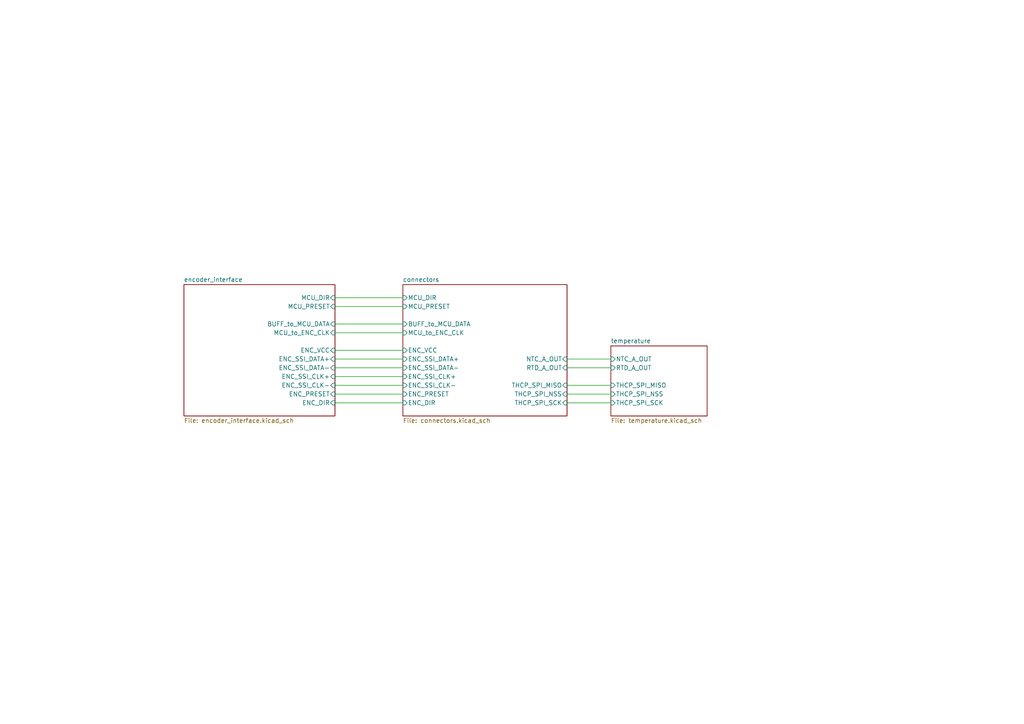
<source format=kicad_sch>
(kicad_sch (version 20211123) (generator eeschema)
  (paper "A4")
  (title_block (title "ProtonTH MatriXX Mover Nucleo-H723 driver") (date "2022-02-18") (rev "0.4") (company "ProM Facility - Trentino Sviluppo Spa"))
  (lib_symbols)
  (wire (pts (xy 164.465 111.76) (xy 177.165 111.76)))
  (wire (pts (xy 164.465 106.68) (xy 177.165 106.68)))
  (wire (pts (xy 97.155 109.22) (xy 116.84 109.22)))
  (wire (pts (xy 97.155 93.98) (xy 116.84 93.98)))
  (wire (pts (xy 97.155 96.52) (xy 116.84 96.52)))
  (wire (pts (xy 164.465 116.84) (xy 177.165 116.84)))
  (wire (pts (xy 97.155 88.9) (xy 116.84 88.9)))
  (wire (pts (xy 97.155 116.84) (xy 116.84 116.84)))
  (wire (pts (xy 97.155 111.76) (xy 116.84 111.76)))
  (wire (pts (xy 97.155 104.14) (xy 116.84 104.14)))
  (wire (pts (xy 97.155 114.3) (xy 116.84 114.3)))
  (wire (pts (xy 97.155 106.68) (xy 116.84 106.68)))
  (wire (pts (xy 97.155 86.36) (xy 116.84 86.36)))
  (wire (pts (xy 97.155 101.6) (xy 116.84 101.6)))
  (wire (pts (xy 164.465 114.3) (xy 177.165 114.3)))
  (wire (pts (xy 164.465 104.14) (xy 177.165 104.14)))
  (sheet (at 177.165 100.33) (size 27.94 20.32) (stroke (width 0.1524))
    (property "Sheet name" "temperature" (at 177.165 99.6184 0) (effects (justify left bottom)))
    (property "Sheet file" "temperature.kicad_sch" (at 177.165 121.2346 0) (effects (justify left top)))
    (pin "RTD_A_OUT" input (at 177.165 106.68 180))
    (pin "THCP_SPI_MISO" input (at 177.165 111.76 180))
    (pin "THCP_SPI_NSS" input (at 177.165 114.3 180))
    (pin "THCP_SPI_SCK" input (at 177.165 116.84 180))
    (pin "NTC_A_OUT" input (at 177.165 104.14 180))
  )
  (sheet (at 116.84 82.55) (size 47.625 38.1) (stroke (width 0.1524))
    (property "Sheet name" "connectors" (at 116.84 81.8384 0) (effects (justify left bottom)))
    (property "Sheet file" "connectors.kicad_sch" (at 116.84 121.2346 0) (effects (justify left top)))
    (pin "ENC_SSI_DATA-" input (at 116.84 106.68 180))
    (pin "ENC_DIR" input (at 116.84 116.84 180))
    (pin "ENC_PRESET" input (at 116.84 114.3 180))
    (pin "ENC_SSI_DATA+" input (at 116.84 104.14 180))
    (pin "ENC_SSI_CLK-" input (at 116.84 111.76 180))
    (pin "ENC_SSI_CLK+" input (at 116.84 109.22 180))
    (pin "ENC_VCC" input (at 116.84 101.6 180))
    (pin "MCU_PRESET" input (at 116.84 88.9 180))
    (pin "MCU_to_ENC_CLK" input (at 116.84 96.52 180))
    (pin "BUFF_to_MCU_DATA" input (at 116.84 93.98 180))
    (pin "MCU_DIR" input (at 116.84 86.36 180))
    (pin "NTC_A_OUT" input (at 164.465 104.14 0))
    (pin "RTD_A_OUT" input (at 164.465 106.68 0))
    (pin "THCP_SPI_SCK" input (at 164.465 116.84 0))
    (pin "THCP_SPI_MISO" input (at 164.465 111.76 0))
    (pin "THCP_SPI_NSS" input (at 164.465 114.3 0))
  )
  (sheet (at 53.34 82.55) (size 43.815 38.1) (stroke (width 0.1524))
    (property "Sheet name" "encoder_interface" (at 53.34 81.8384 0) (effects (justify left bottom)))
    (property "Sheet file" "encoder_interface.kicad_sch" (at 53.34 121.2346 0) (effects (justify left top)))
    (pin "ENC_VCC" input (at 97.155 101.6 0))
    (pin "ENC_DIR" input (at 97.155 116.84 0))
    (pin "ENC_SSI_DATA+" input (at 97.155 104.14 0))
    (pin "ENC_SSI_CLK-" input (at 97.155 111.76 0))
    (pin "ENC_SSI_DATA-" input (at 97.155 106.68 0))
    (pin "ENC_SSI_CLK+" input (at 97.155 109.22 0))
    (pin "ENC_PRESET" input (at 97.155 114.3 0))
    (pin "MCU_DIR" input (at 97.155 86.36 0))
    (pin "MCU_PRESET" input (at 97.155 88.9 0))
    (pin "BUFF_to_MCU_DATA" input (at 97.155 93.98 0))
    (pin "MCU_to_ENC_CLK" input (at 97.155 96.52 0))
  )
)
</source>
